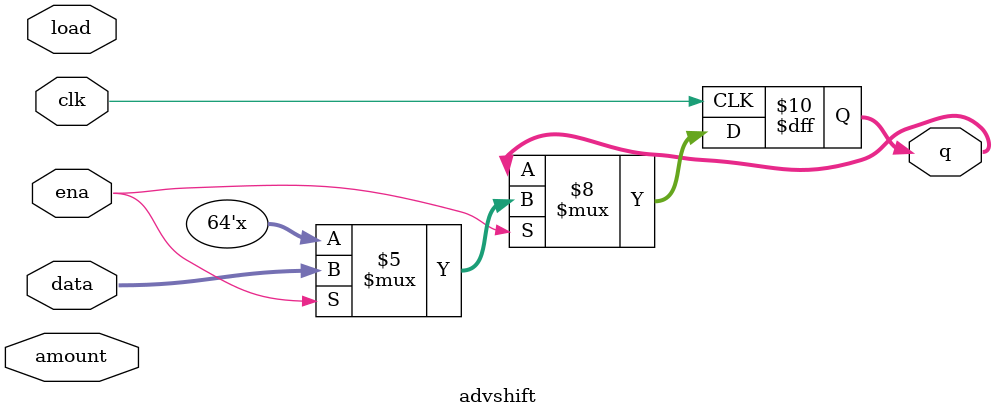
<source format=v>
module advshift(input clk,
input load,
input ena,
input [1:0] amount,
input [63:0] data,
output reg [63:0] q); 
// when load is high, assign data[63:0] to shift register q.
// if ena is high, shift q.
// amount: Chooses which direction and how much to shift.
// 2'b00: shift left by 1 bit.
// 2'b01: shift left by 8 bits.
// 2'b10: shift right by 1 bit.
// 2'b11: shift right by 8 bits.


// when load is high, assign data[63:0] to shift register q.
// if ena is high, shift q.
// amount: Chooses which direction and how much to shift.
// 2'b00: shift left by 1 bit.
// 2'b01: shift left by 8 bits.
// 2'b10: shift right by 1 bit.
// 2'b11: shift right by 8 bits.

always @(posedge clk) begin
  if(ena) begin
    if(load) q <= data;
    else q = data;
  end
end
endmodule

</source>
